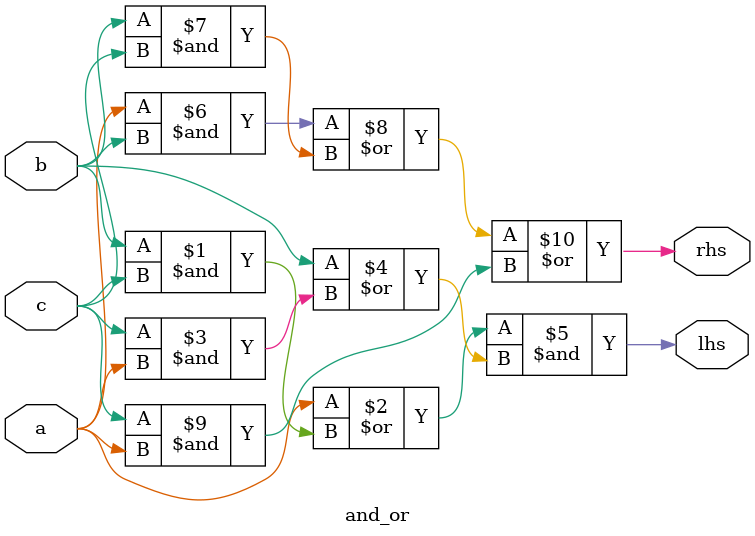
<source format=v>
module and_or(a,b,c,lhs,rhs);
    input a,b,c;
    output lhs,rhs;
    assign lhs = (a|(b&c))&(b|(c&a));
    assign rhs = (a&b)|(b&c)|(c&a);
endmodule

</source>
